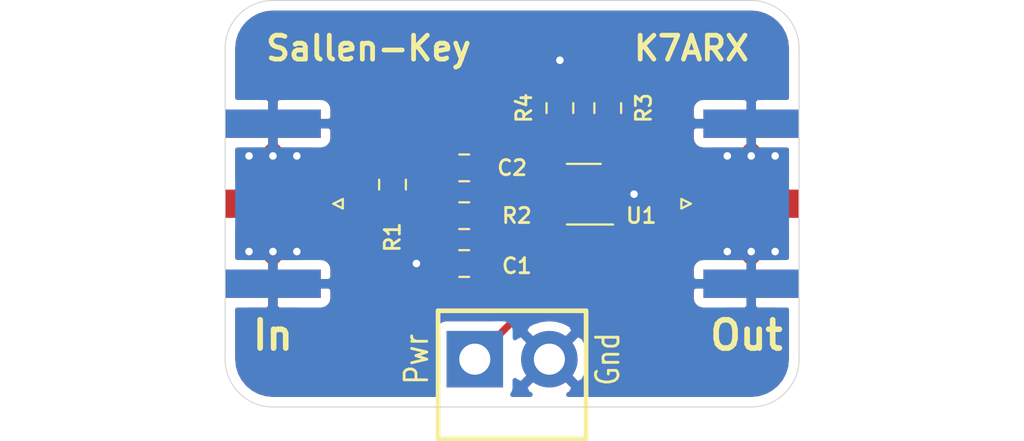
<source format=kicad_pcb>
(kicad_pcb (version 20171130) (host pcbnew 5.1.0)

  (general
    (thickness 1.6)
    (drawings 14)
    (tracks 71)
    (zones 0)
    (modules 10)
    (nets 8)
  )

  (page A4)
  (layers
    (0 F.Cu signal)
    (31 B.Cu signal)
    (32 B.Adhes user)
    (33 F.Adhes user)
    (34 B.Paste user)
    (35 F.Paste user)
    (36 B.SilkS user)
    (37 F.SilkS user)
    (38 B.Mask user)
    (39 F.Mask user)
    (40 Dwgs.User user)
    (41 Cmts.User user)
    (42 Eco1.User user)
    (43 Eco2.User user)
    (44 Edge.Cuts user)
    (45 Margin user)
    (46 B.CrtYd user)
    (47 F.CrtYd user)
    (48 B.Fab user)
    (49 F.Fab user hide)
  )

  (setup
    (last_trace_width 0.381)
    (trace_clearance 0.1905)
    (zone_clearance 0.508)
    (zone_45_only no)
    (trace_min 0.2)
    (via_size 0.8)
    (via_drill 0.4)
    (via_min_size 0.4)
    (via_min_drill 0.3)
    (uvia_size 0.3)
    (uvia_drill 0.1)
    (uvias_allowed no)
    (uvia_min_size 0.2)
    (uvia_min_drill 0.1)
    (edge_width 0.05)
    (segment_width 0.2)
    (pcb_text_width 0.3)
    (pcb_text_size 1.5 1.5)
    (mod_edge_width 0.12)
    (mod_text_size 1 1)
    (mod_text_width 0.15)
    (pad_size 1.524 1.524)
    (pad_drill 0.762)
    (pad_to_mask_clearance 0.051)
    (solder_mask_min_width 0.25)
    (aux_axis_origin 0 0)
    (visible_elements FFFFFF7F)
    (pcbplotparams
      (layerselection 0x010fc_ffffffff)
      (usegerberextensions false)
      (usegerberattributes false)
      (usegerberadvancedattributes false)
      (creategerberjobfile false)
      (excludeedgelayer true)
      (linewidth 0.100000)
      (plotframeref false)
      (viasonmask false)
      (mode 1)
      (useauxorigin false)
      (hpglpennumber 1)
      (hpglpenspeed 20)
      (hpglpendiameter 15.000000)
      (psnegative false)
      (psa4output false)
      (plotreference true)
      (plotvalue true)
      (plotinvisibletext false)
      (padsonsilk false)
      (subtractmaskfromsilk false)
      (outputformat 1)
      (mirror false)
      (drillshape 1)
      (scaleselection 1)
      (outputdirectory ""))
  )

  (net 0 "")
  (net 1 GND)
  (net 2 COSINE)
  (net 3 VAA)
  (net 4 "Net-(J1-Pad1)")
  (net 5 "Net-(C1-Pad1)")
  (net 6 "Net-(C2-Pad2)")
  (net 7 "Net-(R3-Pad2)")

  (net_class Default "This is the default net class."
    (clearance 0.1905)
    (trace_width 0.381)
    (via_dia 0.8)
    (via_drill 0.4)
    (uvia_dia 0.3)
    (uvia_drill 0.1)
    (add_net COSINE)
    (add_net GND)
    (add_net "Net-(C1-Pad1)")
    (add_net "Net-(C2-Pad2)")
    (add_net "Net-(J1-Pad1)")
    (add_net "Net-(R3-Pad2)")
    (add_net VAA)
  )

  (module Connector_Coaxial:SMA_Amphenol_132289_EdgeMount (layer F.Cu) (tedit 5A1C1810) (tstamp 5CA8DD1E)
    (at 132.08 94.615 180)
    (descr http://www.amphenolrf.com/132289.html)
    (tags SMA)
    (path /5CA92C65)
    (attr smd)
    (fp_text reference J1 (at -3.96 -3 270) (layer F.SilkS) hide
      (effects (font (size 1 1) (thickness 0.15)))
    )
    (fp_text value "Signal In" (at 5 6 180) (layer F.Fab)
      (effects (font (size 1 1) (thickness 0.15)))
    )
    (fp_line (start -3.71 0.25) (end -3.21 0) (layer F.SilkS) (width 0.12))
    (fp_line (start -3.71 -0.25) (end -3.71 0.25) (layer F.SilkS) (width 0.12))
    (fp_line (start -3.21 0) (end -3.71 -0.25) (layer F.SilkS) (width 0.12))
    (fp_line (start 3.54 0) (end 2.54 0.75) (layer F.Fab) (width 0.1))
    (fp_line (start 2.54 -0.75) (end 3.54 0) (layer F.Fab) (width 0.1))
    (fp_text user %R (at 4.79 0 90) (layer F.Fab)
      (effects (font (size 1 1) (thickness 0.15)))
    )
    (fp_line (start 14.47 -5.58) (end -3.04 -5.58) (layer F.CrtYd) (width 0.05))
    (fp_line (start 14.47 -5.58) (end 14.47 5.58) (layer F.CrtYd) (width 0.05))
    (fp_line (start 14.47 5.58) (end -3.04 5.58) (layer F.CrtYd) (width 0.05))
    (fp_line (start -3.04 5.58) (end -3.04 -5.58) (layer F.CrtYd) (width 0.05))
    (fp_line (start 14.47 -5.58) (end -3.04 -5.58) (layer B.CrtYd) (width 0.05))
    (fp_line (start 14.47 -5.58) (end 14.47 5.58) (layer B.CrtYd) (width 0.05))
    (fp_line (start 14.47 5.58) (end -3.04 5.58) (layer B.CrtYd) (width 0.05))
    (fp_line (start -3.04 5.58) (end -3.04 -5.58) (layer B.CrtYd) (width 0.05))
    (fp_line (start 4.445 -3.81) (end 13.97 -3.81) (layer F.Fab) (width 0.1))
    (fp_line (start 13.97 -3.81) (end 13.97 3.81) (layer F.Fab) (width 0.1))
    (fp_line (start 13.97 3.81) (end 4.445 3.81) (layer F.Fab) (width 0.1))
    (fp_line (start 4.445 5.08) (end 4.445 3.81) (layer F.Fab) (width 0.1))
    (fp_line (start 4.445 -3.81) (end 4.445 -5.08) (layer F.Fab) (width 0.1))
    (fp_line (start -1.91 -5.08) (end 4.445 -5.08) (layer F.Fab) (width 0.1))
    (fp_line (start -1.91 -5.08) (end -1.91 -3.81) (layer F.Fab) (width 0.1))
    (fp_line (start -1.91 -3.81) (end 2.54 -3.81) (layer F.Fab) (width 0.1))
    (fp_line (start 2.54 -3.81) (end 2.54 3.81) (layer F.Fab) (width 0.1))
    (fp_line (start 2.54 3.81) (end -1.91 3.81) (layer F.Fab) (width 0.1))
    (fp_line (start -1.91 3.81) (end -1.91 5.08) (layer F.Fab) (width 0.1))
    (fp_line (start -1.91 5.08) (end 4.445 5.08) (layer F.Fab) (width 0.1))
    (pad 2 smd rect (at 0 4.25 270) (size 1.5 5.08) (layers B.Cu B.Paste B.Mask)
      (net 1 GND))
    (pad 2 smd rect (at 0 -4.25 270) (size 1.5 5.08) (layers B.Cu B.Paste B.Mask)
      (net 1 GND))
    (pad 2 smd rect (at 0 4.25 270) (size 1.5 5.08) (layers F.Cu F.Paste F.Mask)
      (net 1 GND))
    (pad 2 smd rect (at 0 -4.25 270) (size 1.5 5.08) (layers F.Cu F.Paste F.Mask)
      (net 1 GND))
    (pad 1 smd rect (at 0 0 270) (size 1.5 5.08) (layers F.Cu F.Paste F.Mask)
      (net 4 "Net-(J1-Pad1)"))
    (model ${KISYS3DMOD}/Connector_Coaxial.3dshapes/SMA_Amphenol_132289_EdgeMount.wrl
      (at (xyz 0 0 0))
      (scale (xyz 1 1 1))
      (rotate (xyz 0 0 0))
    )
  )

  (module Connector_Coaxial:SMA_Amphenol_132289_EdgeMount (layer F.Cu) (tedit 5A1C1810) (tstamp 5CA8DD41)
    (at 157.48 94.615)
    (descr http://www.amphenolrf.com/132289.html)
    (tags SMA)
    (path /5CA971E9)
    (attr smd)
    (fp_text reference J2 (at -3.96 -3 90) (layer F.SilkS) hide
      (effects (font (size 1 1) (thickness 0.15)))
    )
    (fp_text value "Signal Out" (at 5 6) (layer F.Fab)
      (effects (font (size 1 1) (thickness 0.15)))
    )
    (fp_line (start -3.71 0.25) (end -3.21 0) (layer F.SilkS) (width 0.12))
    (fp_line (start -3.71 -0.25) (end -3.71 0.25) (layer F.SilkS) (width 0.12))
    (fp_line (start -3.21 0) (end -3.71 -0.25) (layer F.SilkS) (width 0.12))
    (fp_line (start 3.54 0) (end 2.54 0.75) (layer F.Fab) (width 0.1))
    (fp_line (start 2.54 -0.75) (end 3.54 0) (layer F.Fab) (width 0.1))
    (fp_text user %R (at 4.79 0 270) (layer F.Fab)
      (effects (font (size 1 1) (thickness 0.15)))
    )
    (fp_line (start 14.47 -5.58) (end -3.04 -5.58) (layer F.CrtYd) (width 0.05))
    (fp_line (start 14.47 -5.58) (end 14.47 5.58) (layer F.CrtYd) (width 0.05))
    (fp_line (start 14.47 5.58) (end -3.04 5.58) (layer F.CrtYd) (width 0.05))
    (fp_line (start -3.04 5.58) (end -3.04 -5.58) (layer F.CrtYd) (width 0.05))
    (fp_line (start 14.47 -5.58) (end -3.04 -5.58) (layer B.CrtYd) (width 0.05))
    (fp_line (start 14.47 -5.58) (end 14.47 5.58) (layer B.CrtYd) (width 0.05))
    (fp_line (start 14.47 5.58) (end -3.04 5.58) (layer B.CrtYd) (width 0.05))
    (fp_line (start -3.04 5.58) (end -3.04 -5.58) (layer B.CrtYd) (width 0.05))
    (fp_line (start 4.445 -3.81) (end 13.97 -3.81) (layer F.Fab) (width 0.1))
    (fp_line (start 13.97 -3.81) (end 13.97 3.81) (layer F.Fab) (width 0.1))
    (fp_line (start 13.97 3.81) (end 4.445 3.81) (layer F.Fab) (width 0.1))
    (fp_line (start 4.445 5.08) (end 4.445 3.81) (layer F.Fab) (width 0.1))
    (fp_line (start 4.445 -3.81) (end 4.445 -5.08) (layer F.Fab) (width 0.1))
    (fp_line (start -1.91 -5.08) (end 4.445 -5.08) (layer F.Fab) (width 0.1))
    (fp_line (start -1.91 -5.08) (end -1.91 -3.81) (layer F.Fab) (width 0.1))
    (fp_line (start -1.91 -3.81) (end 2.54 -3.81) (layer F.Fab) (width 0.1))
    (fp_line (start 2.54 -3.81) (end 2.54 3.81) (layer F.Fab) (width 0.1))
    (fp_line (start 2.54 3.81) (end -1.91 3.81) (layer F.Fab) (width 0.1))
    (fp_line (start -1.91 3.81) (end -1.91 5.08) (layer F.Fab) (width 0.1))
    (fp_line (start -1.91 5.08) (end 4.445 5.08) (layer F.Fab) (width 0.1))
    (pad 2 smd rect (at 0 4.25 90) (size 1.5 5.08) (layers B.Cu B.Paste B.Mask)
      (net 1 GND))
    (pad 2 smd rect (at 0 -4.25 90) (size 1.5 5.08) (layers B.Cu B.Paste B.Mask)
      (net 1 GND))
    (pad 2 smd rect (at 0 4.25 90) (size 1.5 5.08) (layers F.Cu F.Paste F.Mask)
      (net 1 GND))
    (pad 2 smd rect (at 0 -4.25 90) (size 1.5 5.08) (layers F.Cu F.Paste F.Mask)
      (net 1 GND))
    (pad 1 smd rect (at 0 0 90) (size 1.5 5.08) (layers F.Cu F.Paste F.Mask)
      (net 2 COSINE))
    (model ${KISYS3DMOD}/Connector_Coaxial.3dshapes/SMA_Amphenol_132289_EdgeMount.wrl
      (at (xyz 0 0 0))
      (scale (xyz 1 1 1))
      (rotate (xyz 0 0 0))
    )
  )

  (module Resistor_SMD:R_0805_2012Metric_Pad1.15x1.40mm_HandSolder (layer F.Cu) (tedit 5B36C52B) (tstamp 5CA8EB9A)
    (at 138.43 93.599 270)
    (descr "Resistor SMD 0805 (2012 Metric), square (rectangular) end terminal, IPC_7351 nominal with elongated pad for handsoldering. (Body size source: https://docs.google.com/spreadsheets/d/1BsfQQcO9C6DZCsRaXUlFlo91Tg2WpOkGARC1WS5S8t0/edit?usp=sharing), generated with kicad-footprint-generator")
    (tags "resistor handsolder")
    (path /5CA85D92)
    (attr smd)
    (fp_text reference R1 (at 2.794 0 270) (layer F.SilkS)
      (effects (font (size 0.8 0.8) (thickness 0.15)))
    )
    (fp_text value R (at 0 1.65 270) (layer F.Fab)
      (effects (font (size 1 1) (thickness 0.15)))
    )
    (fp_text user %R (at 0 0 270) (layer F.Fab)
      (effects (font (size 0.5 0.5) (thickness 0.08)))
    )
    (fp_line (start 1.85 0.95) (end -1.85 0.95) (layer F.CrtYd) (width 0.05))
    (fp_line (start 1.85 -0.95) (end 1.85 0.95) (layer F.CrtYd) (width 0.05))
    (fp_line (start -1.85 -0.95) (end 1.85 -0.95) (layer F.CrtYd) (width 0.05))
    (fp_line (start -1.85 0.95) (end -1.85 -0.95) (layer F.CrtYd) (width 0.05))
    (fp_line (start -0.261252 0.71) (end 0.261252 0.71) (layer F.SilkS) (width 0.12))
    (fp_line (start -0.261252 -0.71) (end 0.261252 -0.71) (layer F.SilkS) (width 0.12))
    (fp_line (start 1 0.6) (end -1 0.6) (layer F.Fab) (width 0.1))
    (fp_line (start 1 -0.6) (end 1 0.6) (layer F.Fab) (width 0.1))
    (fp_line (start -1 -0.6) (end 1 -0.6) (layer F.Fab) (width 0.1))
    (fp_line (start -1 0.6) (end -1 -0.6) (layer F.Fab) (width 0.1))
    (pad 2 smd roundrect (at 1.025 0 270) (size 1.15 1.4) (layers F.Cu F.Paste F.Mask) (roundrect_rratio 0.217391)
      (net 4 "Net-(J1-Pad1)"))
    (pad 1 smd roundrect (at -1.025 0 270) (size 1.15 1.4) (layers F.Cu F.Paste F.Mask) (roundrect_rratio 0.217391)
      (net 6 "Net-(C2-Pad2)"))
    (model ${KISYS3DMOD}/Resistor_SMD.3dshapes/R_0805_2012Metric.wrl
      (at (xyz 0 0 0))
      (scale (xyz 1 1 1))
      (rotate (xyz 0 0 0))
    )
  )

  (module Capacitor_SMD:C_0805_2012Metric_Pad1.15x1.40mm_HandSolder (layer F.Cu) (tedit 5B36C52B) (tstamp 5CA81A5C)
    (at 142.24 97.79 180)
    (descr "Capacitor SMD 0805 (2012 Metric), square (rectangular) end terminal, IPC_7351 nominal with elongated pad for handsoldering. (Body size source: https://docs.google.com/spreadsheets/d/1BsfQQcO9C6DZCsRaXUlFlo91Tg2WpOkGARC1WS5S8t0/edit?usp=sharing), generated with kicad-footprint-generator")
    (tags "capacitor handsolder")
    (path /5CA880EB)
    (attr smd)
    (fp_text reference C1 (at -2.794 -0.127 180) (layer F.SilkS)
      (effects (font (size 0.8 0.8) (thickness 0.15)))
    )
    (fp_text value C (at 0 1.65 180) (layer F.Fab)
      (effects (font (size 1 1) (thickness 0.15)))
    )
    (fp_text user %R (at 0 0 180) (layer F.Fab)
      (effects (font (size 0.5 0.5) (thickness 0.08)))
    )
    (fp_line (start 1.85 0.95) (end -1.85 0.95) (layer F.CrtYd) (width 0.05))
    (fp_line (start 1.85 -0.95) (end 1.85 0.95) (layer F.CrtYd) (width 0.05))
    (fp_line (start -1.85 -0.95) (end 1.85 -0.95) (layer F.CrtYd) (width 0.05))
    (fp_line (start -1.85 0.95) (end -1.85 -0.95) (layer F.CrtYd) (width 0.05))
    (fp_line (start -0.261252 0.71) (end 0.261252 0.71) (layer F.SilkS) (width 0.12))
    (fp_line (start -0.261252 -0.71) (end 0.261252 -0.71) (layer F.SilkS) (width 0.12))
    (fp_line (start 1 0.6) (end -1 0.6) (layer F.Fab) (width 0.1))
    (fp_line (start 1 -0.6) (end 1 0.6) (layer F.Fab) (width 0.1))
    (fp_line (start -1 -0.6) (end 1 -0.6) (layer F.Fab) (width 0.1))
    (fp_line (start -1 0.6) (end -1 -0.6) (layer F.Fab) (width 0.1))
    (pad 2 smd roundrect (at 1.025 0 180) (size 1.15 1.4) (layers F.Cu F.Paste F.Mask) (roundrect_rratio 0.217391)
      (net 1 GND))
    (pad 1 smd roundrect (at -1.025 0 180) (size 1.15 1.4) (layers F.Cu F.Paste F.Mask) (roundrect_rratio 0.217391)
      (net 5 "Net-(C1-Pad1)"))
    (model ${KISYS3DMOD}/Capacitor_SMD.3dshapes/C_0805_2012Metric.wrl
      (at (xyz 0 0 0))
      (scale (xyz 1 1 1))
      (rotate (xyz 0 0 0))
    )
  )

  (module Capacitor_SMD:C_0805_2012Metric_Pad1.15x1.40mm_HandSolder (layer F.Cu) (tedit 5B36C52B) (tstamp 5CA81A2C)
    (at 142.24 92.71 180)
    (descr "Capacitor SMD 0805 (2012 Metric), square (rectangular) end terminal, IPC_7351 nominal with elongated pad for handsoldering. (Body size source: https://docs.google.com/spreadsheets/d/1BsfQQcO9C6DZCsRaXUlFlo91Tg2WpOkGARC1WS5S8t0/edit?usp=sharing), generated with kicad-footprint-generator")
    (tags "capacitor handsolder")
    (path /5CA888C6)
    (attr smd)
    (fp_text reference C2 (at -2.54 0 180) (layer F.SilkS)
      (effects (font (size 0.8 0.8) (thickness 0.15)))
    )
    (fp_text value C (at 0 1.65 180) (layer F.Fab)
      (effects (font (size 1 1) (thickness 0.15)))
    )
    (fp_line (start -1 0.6) (end -1 -0.6) (layer F.Fab) (width 0.1))
    (fp_line (start -1 -0.6) (end 1 -0.6) (layer F.Fab) (width 0.1))
    (fp_line (start 1 -0.6) (end 1 0.6) (layer F.Fab) (width 0.1))
    (fp_line (start 1 0.6) (end -1 0.6) (layer F.Fab) (width 0.1))
    (fp_line (start -0.261252 -0.71) (end 0.261252 -0.71) (layer F.SilkS) (width 0.12))
    (fp_line (start -0.261252 0.71) (end 0.261252 0.71) (layer F.SilkS) (width 0.12))
    (fp_line (start -1.85 0.95) (end -1.85 -0.95) (layer F.CrtYd) (width 0.05))
    (fp_line (start -1.85 -0.95) (end 1.85 -0.95) (layer F.CrtYd) (width 0.05))
    (fp_line (start 1.85 -0.95) (end 1.85 0.95) (layer F.CrtYd) (width 0.05))
    (fp_line (start 1.85 0.95) (end -1.85 0.95) (layer F.CrtYd) (width 0.05))
    (fp_text user %R (at 0 0 180) (layer F.Fab)
      (effects (font (size 0.5 0.5) (thickness 0.08)))
    )
    (pad 1 smd roundrect (at -1.025 0 180) (size 1.15 1.4) (layers F.Cu F.Paste F.Mask) (roundrect_rratio 0.217391)
      (net 2 COSINE))
    (pad 2 smd roundrect (at 1.025 0 180) (size 1.15 1.4) (layers F.Cu F.Paste F.Mask) (roundrect_rratio 0.217391)
      (net 6 "Net-(C2-Pad2)"))
    (model ${KISYS3DMOD}/Capacitor_SMD.3dshapes/C_0805_2012Metric.wrl
      (at (xyz 0 0 0))
      (scale (xyz 1 1 1))
      (rotate (xyz 0 0 0))
    )
  )

  (module Resistor_SMD:R_0805_2012Metric_Pad1.15x1.40mm_HandSolder (layer F.Cu) (tedit 5B36C52B) (tstamp 5CA818E5)
    (at 142.24 95.25 180)
    (descr "Resistor SMD 0805 (2012 Metric), square (rectangular) end terminal, IPC_7351 nominal with elongated pad for handsoldering. (Body size source: https://docs.google.com/spreadsheets/d/1BsfQQcO9C6DZCsRaXUlFlo91Tg2WpOkGARC1WS5S8t0/edit?usp=sharing), generated with kicad-footprint-generator")
    (tags "resistor handsolder")
    (path /5CA87C18)
    (attr smd)
    (fp_text reference R2 (at -2.794 0 180) (layer F.SilkS)
      (effects (font (size 0.8 0.8) (thickness 0.15)))
    )
    (fp_text value R (at 0 1.65 180) (layer F.Fab)
      (effects (font (size 1 1) (thickness 0.15)))
    )
    (fp_line (start -1 0.6) (end -1 -0.6) (layer F.Fab) (width 0.1))
    (fp_line (start -1 -0.6) (end 1 -0.6) (layer F.Fab) (width 0.1))
    (fp_line (start 1 -0.6) (end 1 0.6) (layer F.Fab) (width 0.1))
    (fp_line (start 1 0.6) (end -1 0.6) (layer F.Fab) (width 0.1))
    (fp_line (start -0.261252 -0.71) (end 0.261252 -0.71) (layer F.SilkS) (width 0.12))
    (fp_line (start -0.261252 0.71) (end 0.261252 0.71) (layer F.SilkS) (width 0.12))
    (fp_line (start -1.85 0.95) (end -1.85 -0.95) (layer F.CrtYd) (width 0.05))
    (fp_line (start -1.85 -0.95) (end 1.85 -0.95) (layer F.CrtYd) (width 0.05))
    (fp_line (start 1.85 -0.95) (end 1.85 0.95) (layer F.CrtYd) (width 0.05))
    (fp_line (start 1.85 0.95) (end -1.85 0.95) (layer F.CrtYd) (width 0.05))
    (fp_text user %R (at 0 0 180) (layer F.Fab)
      (effects (font (size 0.5 0.5) (thickness 0.08)))
    )
    (pad 1 smd roundrect (at -1.025 0 180) (size 1.15 1.4) (layers F.Cu F.Paste F.Mask) (roundrect_rratio 0.217391)
      (net 5 "Net-(C1-Pad1)"))
    (pad 2 smd roundrect (at 1.025 0 180) (size 1.15 1.4) (layers F.Cu F.Paste F.Mask) (roundrect_rratio 0.217391)
      (net 6 "Net-(C2-Pad2)"))
    (model ${KISYS3DMOD}/Resistor_SMD.3dshapes/R_0805_2012Metric.wrl
      (at (xyz 0 0 0))
      (scale (xyz 1 1 1))
      (rotate (xyz 0 0 0))
    )
  )

  (module Resistor_SMD:R_0805_2012Metric_Pad1.15x1.40mm_HandSolder (layer F.Cu) (tedit 5B36C52B) (tstamp 5CA915DE)
    (at 149.86 89.535 270)
    (descr "Resistor SMD 0805 (2012 Metric), square (rectangular) end terminal, IPC_7351 nominal with elongated pad for handsoldering. (Body size source: https://docs.google.com/spreadsheets/d/1BsfQQcO9C6DZCsRaXUlFlo91Tg2WpOkGARC1WS5S8t0/edit?usp=sharing), generated with kicad-footprint-generator")
    (tags "resistor handsolder")
    (path /5CA8D96A)
    (attr smd)
    (fp_text reference R3 (at 0 -1.905 270) (layer F.SilkS)
      (effects (font (size 0.8 0.8) (thickness 0.15)))
    )
    (fp_text value R (at 0 1.65 270) (layer F.Fab)
      (effects (font (size 1 1) (thickness 0.15)))
    )
    (fp_line (start -1 0.6) (end -1 -0.6) (layer F.Fab) (width 0.1))
    (fp_line (start -1 -0.6) (end 1 -0.6) (layer F.Fab) (width 0.1))
    (fp_line (start 1 -0.6) (end 1 0.6) (layer F.Fab) (width 0.1))
    (fp_line (start 1 0.6) (end -1 0.6) (layer F.Fab) (width 0.1))
    (fp_line (start -0.261252 -0.71) (end 0.261252 -0.71) (layer F.SilkS) (width 0.12))
    (fp_line (start -0.261252 0.71) (end 0.261252 0.71) (layer F.SilkS) (width 0.12))
    (fp_line (start -1.85 0.95) (end -1.85 -0.95) (layer F.CrtYd) (width 0.05))
    (fp_line (start -1.85 -0.95) (end 1.85 -0.95) (layer F.CrtYd) (width 0.05))
    (fp_line (start 1.85 -0.95) (end 1.85 0.95) (layer F.CrtYd) (width 0.05))
    (fp_line (start 1.85 0.95) (end -1.85 0.95) (layer F.CrtYd) (width 0.05))
    (fp_text user %R (at 0 0 270) (layer F.Fab)
      (effects (font (size 0.5 0.5) (thickness 0.08)))
    )
    (pad 1 smd roundrect (at -1.025 0 270) (size 1.15 1.4) (layers F.Cu F.Paste F.Mask) (roundrect_rratio 0.217391)
      (net 2 COSINE))
    (pad 2 smd roundrect (at 1.025 0 270) (size 1.15 1.4) (layers F.Cu F.Paste F.Mask) (roundrect_rratio 0.217391)
      (net 7 "Net-(R3-Pad2)"))
    (model ${KISYS3DMOD}/Resistor_SMD.3dshapes/R_0805_2012Metric.wrl
      (at (xyz 0 0 0))
      (scale (xyz 1 1 1))
      (rotate (xyz 0 0 0))
    )
  )

  (module Resistor_SMD:R_0805_2012Metric_Pad1.15x1.40mm_HandSolder (layer F.Cu) (tedit 5B36C52B) (tstamp 5CA91784)
    (at 147.32 89.535 90)
    (descr "Resistor SMD 0805 (2012 Metric), square (rectangular) end terminal, IPC_7351 nominal with elongated pad for handsoldering. (Body size source: https://docs.google.com/spreadsheets/d/1BsfQQcO9C6DZCsRaXUlFlo91Tg2WpOkGARC1WS5S8t0/edit?usp=sharing), generated with kicad-footprint-generator")
    (tags "resistor handsolder")
    (path /5CA8F2DE)
    (attr smd)
    (fp_text reference R4 (at 0 -1.905 90) (layer F.SilkS)
      (effects (font (size 0.8 0.8) (thickness 0.15)))
    )
    (fp_text value R (at 0 1.65 90) (layer F.Fab)
      (effects (font (size 1 1) (thickness 0.15)))
    )
    (fp_text user %R (at 0 0 90) (layer F.Fab)
      (effects (font (size 0.5 0.5) (thickness 0.08)))
    )
    (fp_line (start 1.85 0.95) (end -1.85 0.95) (layer F.CrtYd) (width 0.05))
    (fp_line (start 1.85 -0.95) (end 1.85 0.95) (layer F.CrtYd) (width 0.05))
    (fp_line (start -1.85 -0.95) (end 1.85 -0.95) (layer F.CrtYd) (width 0.05))
    (fp_line (start -1.85 0.95) (end -1.85 -0.95) (layer F.CrtYd) (width 0.05))
    (fp_line (start -0.261252 0.71) (end 0.261252 0.71) (layer F.SilkS) (width 0.12))
    (fp_line (start -0.261252 -0.71) (end 0.261252 -0.71) (layer F.SilkS) (width 0.12))
    (fp_line (start 1 0.6) (end -1 0.6) (layer F.Fab) (width 0.1))
    (fp_line (start 1 -0.6) (end 1 0.6) (layer F.Fab) (width 0.1))
    (fp_line (start -1 -0.6) (end 1 -0.6) (layer F.Fab) (width 0.1))
    (fp_line (start -1 0.6) (end -1 -0.6) (layer F.Fab) (width 0.1))
    (pad 2 smd roundrect (at 1.025 0 90) (size 1.15 1.4) (layers F.Cu F.Paste F.Mask) (roundrect_rratio 0.217391)
      (net 1 GND))
    (pad 1 smd roundrect (at -1.025 0 90) (size 1.15 1.4) (layers F.Cu F.Paste F.Mask) (roundrect_rratio 0.217391)
      (net 7 "Net-(R3-Pad2)"))
    (model ${KISYS3DMOD}/Resistor_SMD.3dshapes/R_0805_2012Metric.wrl
      (at (xyz 0 0 0))
      (scale (xyz 1 1 1))
      (rotate (xyz 0 0 0))
    )
  )

  (module Package_TO_SOT_SMD:SOT-23-5 (layer F.Cu) (tedit 5A02FF57) (tstamp 5CA91604)
    (at 148.59 94.107 180)
    (descr "5-pin SOT23 package")
    (tags SOT-23-5)
    (path /5CAE371B)
    (attr smd)
    (fp_text reference U1 (at -3.048 -1.143 180) (layer F.SilkS)
      (effects (font (size 0.8 0.8) (thickness 0.15)))
    )
    (fp_text value LM321 (at 0 2.9 180) (layer F.Fab)
      (effects (font (size 1 1) (thickness 0.15)))
    )
    (fp_text user %R (at 0 0 270) (layer F.Fab)
      (effects (font (size 0.5 0.5) (thickness 0.075)))
    )
    (fp_line (start -0.9 1.61) (end 0.9 1.61) (layer F.SilkS) (width 0.12))
    (fp_line (start 0.9 -1.61) (end -1.55 -1.61) (layer F.SilkS) (width 0.12))
    (fp_line (start -1.9 -1.8) (end 1.9 -1.8) (layer F.CrtYd) (width 0.05))
    (fp_line (start 1.9 -1.8) (end 1.9 1.8) (layer F.CrtYd) (width 0.05))
    (fp_line (start 1.9 1.8) (end -1.9 1.8) (layer F.CrtYd) (width 0.05))
    (fp_line (start -1.9 1.8) (end -1.9 -1.8) (layer F.CrtYd) (width 0.05))
    (fp_line (start -0.9 -0.9) (end -0.25 -1.55) (layer F.Fab) (width 0.1))
    (fp_line (start 0.9 -1.55) (end -0.25 -1.55) (layer F.Fab) (width 0.1))
    (fp_line (start -0.9 -0.9) (end -0.9 1.55) (layer F.Fab) (width 0.1))
    (fp_line (start 0.9 1.55) (end -0.9 1.55) (layer F.Fab) (width 0.1))
    (fp_line (start 0.9 -1.55) (end 0.9 1.55) (layer F.Fab) (width 0.1))
    (pad 1 smd rect (at -1.1 -0.95 180) (size 1.06 0.65) (layers F.Cu F.Paste F.Mask)
      (net 5 "Net-(C1-Pad1)"))
    (pad 2 smd rect (at -1.1 0 180) (size 1.06 0.65) (layers F.Cu F.Paste F.Mask)
      (net 1 GND))
    (pad 3 smd rect (at -1.1 0.95 180) (size 1.06 0.65) (layers F.Cu F.Paste F.Mask)
      (net 7 "Net-(R3-Pad2)"))
    (pad 4 smd rect (at 1.1 0.95 180) (size 1.06 0.65) (layers F.Cu F.Paste F.Mask)
      (net 2 COSINE))
    (pad 5 smd rect (at 1.1 -0.95 180) (size 1.06 0.65) (layers F.Cu F.Paste F.Mask)
      (net 3 VAA))
    (model ${KISYS3DMOD}/Package_TO_SOT_SMD.3dshapes/SOT-23-5.wrl
      (at (xyz 0 0 0))
      (scale (xyz 1 1 1))
      (rotate (xyz 0 0 0))
    )
  )

  (module k7arx:EP_3.96-pin_1x2 (layer F.Cu) (tedit 5CA94044) (tstamp 5CA98E60)
    (at 144.78 102.87)
    (path /5CABE9DE)
    (fp_text reference P1 (at -5.08 0 90) (layer F.SilkS) hide
      (effects (font (size 1 1) (thickness 0.15)))
    )
    (fp_text value Power (at 0 -3.81) (layer F.Fab)
      (effects (font (size 1 1) (thickness 0.15)))
    )
    (fp_line (start -3.93 -2.57) (end 3.93 -2.57) (layer F.SilkS) (width 0.25))
    (fp_line (start 3.93 -2.57) (end 3.93 4.23) (layer F.SilkS) (width 0.25))
    (fp_line (start 3.93 4.23) (end -3.93 4.23) (layer F.SilkS) (width 0.25))
    (fp_line (start -3.93 4.23) (end -3.93 -2.57) (layer F.SilkS) (width 0.25))
    (pad 1 thru_hole rect (at -1.98 0) (size 3 3) (drill 1.65) (layers *.Cu *.Mask)
      (net 3 VAA))
    (pad 2 thru_hole circle (at 1.98 0) (size 3 3) (drill 1.65) (layers *.Cu *.Mask)
      (net 1 GND))
  )

  (gr_text Pwr (at 139.7 102.87 90) (layer F.SilkS) (tstamp 5CA98EBA)
    (effects (font (size 1.2 1) (thickness 0.15)))
  )
  (gr_text Gnd (at 149.86 102.87 90) (layer F.SilkS)
    (effects (font (size 1.2 1) (thickness 0.15)))
  )
  (gr_line (start 132.08 105.41) (end 157.48 105.41) (layer Edge.Cuts) (width 0.05) (tstamp 5CA91E37))
  (gr_line (start 132.08 83.82) (end 157.48 83.82) (layer Edge.Cuts) (width 0.05) (tstamp 5CA91E36))
  (gr_text Out (at 157.226 101.6) (layer F.SilkS) (tstamp 5CA8ED0C)
    (effects (font (size 1.5 1.5) (thickness 0.3)))
  )
  (gr_text In (at 132.08 101.6) (layer F.SilkS)
    (effects (font (size 1.5 1.5) (thickness 0.3)))
  )
  (gr_text Sallen-Key (at 137.16 86.36) (layer F.SilkS)
    (effects (font (size 1.27 1.27) (thickness 0.254)))
  )
  (gr_line (start 129.54 102.87) (end 129.54 86.36) (layer Edge.Cuts) (width 0.05) (tstamp 5CA848D8))
  (gr_line (start 160.02 86.36) (end 160.02 102.87) (layer Edge.Cuts) (width 0.05) (tstamp 5CA848D6))
  (gr_text K7ARX (at 154.305 86.36) (layer F.SilkS)
    (effects (font (size 1.27 1.27) (thickness 0.254)))
  )
  (gr_arc (start 132.08 86.36) (end 132.08 83.82) (angle -90) (layer Edge.Cuts) (width 0.05))
  (gr_arc (start 157.48 86.36) (end 160.02 86.36) (angle -90) (layer Edge.Cuts) (width 0.05))
  (gr_arc (start 157.48 102.87) (end 157.48 105.41) (angle -90) (layer Edge.Cuts) (width 0.05))
  (gr_arc (start 132.08 102.87) (end 129.54 102.87) (angle -90) (layer Edge.Cuts) (width 0.05))

  (via (at 139.7 97.79) (size 0.8) (drill 0.4) (layers F.Cu B.Cu) (net 1))
  (segment (start 141.215 97.79) (end 139.7 97.79) (width 0.381) (layer F.Cu) (net 1))
  (via (at 132.08 92.075) (size 0.8) (drill 0.4) (layers F.Cu B.Cu) (net 1))
  (segment (start 132.08 90.365) (end 132.08 92.075) (width 0.25) (layer F.Cu) (net 1))
  (via (at 132.08 97.155) (size 0.8) (drill 0.4) (layers F.Cu B.Cu) (net 1))
  (segment (start 132.08 98.865) (end 132.08 97.155) (width 0.25) (layer F.Cu) (net 1))
  (via (at 157.48 92.075) (size 0.8) (drill 0.4) (layers F.Cu B.Cu) (net 1))
  (segment (start 157.48 90.365) (end 157.48 92.075) (width 0.25) (layer F.Cu) (net 1))
  (via (at 157.48 97.155) (size 0.8) (drill 0.4) (layers F.Cu B.Cu) (net 1))
  (segment (start 157.48 98.865) (end 157.48 97.155) (width 0.25) (layer F.Cu) (net 1))
  (via (at 156.21 97.155) (size 0.8) (drill 0.4) (layers F.Cu B.Cu) (net 1))
  (segment (start 156.77 97.155) (end 156.21 97.155) (width 0.25) (layer F.Cu) (net 1))
  (segment (start 157.48 98.865) (end 157.48 97.865) (width 0.25) (layer F.Cu) (net 1))
  (segment (start 157.48 97.865) (end 156.77 97.155) (width 0.25) (layer F.Cu) (net 1))
  (via (at 158.75 97.155) (size 0.8) (drill 0.4) (layers F.Cu B.Cu) (net 1))
  (segment (start 157.48 97.865) (end 158.19 97.155) (width 0.25) (layer F.Cu) (net 1))
  (segment (start 158.19 97.155) (end 158.75 97.155) (width 0.25) (layer F.Cu) (net 1))
  (via (at 158.75 92.075) (size 0.8) (drill 0.4) (layers F.Cu B.Cu) (net 1))
  (segment (start 158.19 92.075) (end 158.75 92.075) (width 0.25) (layer F.Cu) (net 1))
  (segment (start 157.48 90.365) (end 157.48 91.365) (width 0.25) (layer F.Cu) (net 1))
  (segment (start 157.48 91.365) (end 158.19 92.075) (width 0.25) (layer F.Cu) (net 1))
  (via (at 156.21 92.075) (size 0.8) (drill 0.4) (layers F.Cu B.Cu) (net 1))
  (segment (start 157.48 91.365) (end 156.77 92.075) (width 0.25) (layer F.Cu) (net 1))
  (segment (start 156.77 92.075) (end 156.21 92.075) (width 0.25) (layer F.Cu) (net 1))
  (via (at 133.35 97.155) (size 0.8) (drill 0.4) (layers F.Cu B.Cu) (net 1))
  (segment (start 132.79 97.155) (end 133.35 97.155) (width 0.25) (layer F.Cu) (net 1))
  (segment (start 132.08 98.865) (end 132.08 97.865) (width 0.25) (layer F.Cu) (net 1))
  (segment (start 132.08 97.865) (end 132.79 97.155) (width 0.25) (layer F.Cu) (net 1))
  (via (at 130.81 97.155) (size 0.8) (drill 0.4) (layers F.Cu B.Cu) (net 1))
  (segment (start 132.08 97.865) (end 131.37 97.155) (width 0.25) (layer F.Cu) (net 1))
  (segment (start 131.37 97.155) (end 130.81 97.155) (width 0.25) (layer F.Cu) (net 1))
  (via (at 130.81 92.075) (size 0.8) (drill 0.4) (layers F.Cu B.Cu) (net 1))
  (segment (start 131.37 92.075) (end 130.81 92.075) (width 0.25) (layer F.Cu) (net 1))
  (segment (start 132.08 90.365) (end 132.08 91.365) (width 0.25) (layer F.Cu) (net 1))
  (segment (start 132.08 91.365) (end 131.37 92.075) (width 0.25) (layer F.Cu) (net 1))
  (via (at 133.35 92.075) (size 0.8) (drill 0.4) (layers F.Cu B.Cu) (net 1))
  (segment (start 132.08 91.365) (end 132.79 92.075) (width 0.25) (layer F.Cu) (net 1))
  (segment (start 132.79 92.075) (end 133.35 92.075) (width 0.25) (layer F.Cu) (net 1))
  (via (at 147.32 86.995) (size 0.8) (drill 0.4) (layers F.Cu B.Cu) (net 1))
  (segment (start 147.32 88.51) (end 147.32 86.995) (width 0.381) (layer F.Cu) (net 1))
  (via (at 151.257 94.107) (size 0.8) (drill 0.4) (layers F.Cu B.Cu) (net 1))
  (segment (start 149.69 94.107) (end 151.257 94.107) (width 0.381) (layer F.Cu) (net 1))
  (segment (start 147.49 93.157) (end 146.497 93.157) (width 0.381) (layer F.Cu) (net 2))
  (segment (start 146.497 93.157) (end 146.05 92.71) (width 0.381) (layer F.Cu) (net 2))
  (segment (start 145.415 90.17) (end 145.415 92.71) (width 0.381) (layer F.Cu) (net 2))
  (segment (start 149.86 88.51) (end 148.835 89.535) (width 0.381) (layer F.Cu) (net 2))
  (segment (start 146.05 92.71) (end 145.415 92.71) (width 0.381) (layer F.Cu) (net 2))
  (segment (start 146.05 89.535) (end 145.415 90.17) (width 0.381) (layer F.Cu) (net 2))
  (segment (start 148.835 89.535) (end 146.05 89.535) (width 0.381) (layer F.Cu) (net 2))
  (segment (start 145.415 92.71) (end 143.265 92.71) (width 0.381) (layer F.Cu) (net 2))
  (segment (start 149.86 88.51) (end 152.4 91.05) (width 0.381) (layer F.Cu) (net 2))
  (segment (start 152.4 91.05) (end 152.4 93.218) (width 0.381) (layer F.Cu) (net 2))
  (segment (start 152.4 93.218) (end 153.797 94.615) (width 0.381) (layer F.Cu) (net 2))
  (segment (start 157.48 94.615) (end 153.797 94.615) (width 0.381) (layer F.Cu) (net 2))
  (segment (start 147.49 98.18) (end 142.8 102.87) (width 0.381) (layer F.Cu) (net 3))
  (segment (start 147.49 95.057) (end 147.49 98.18) (width 0.381) (layer F.Cu) (net 3))
  (segment (start 138.421 94.615) (end 138.43 94.624) (width 0.25) (layer F.Cu) (net 4))
  (segment (start 132.08 94.615) (end 138.421 94.615) (width 0.381) (layer F.Cu) (net 4))
  (segment (start 143.308 95.207) (end 143.265 95.25) (width 0.25) (layer F.Cu) (net 5))
  (segment (start 149.020002 95.057) (end 148.197002 94.234) (width 0.381) (layer F.Cu) (net 5))
  (segment (start 149.69 95.057) (end 149.020002 95.057) (width 0.381) (layer F.Cu) (net 5))
  (segment (start 144.281 94.234) (end 143.265 95.25) (width 0.381) (layer F.Cu) (net 5))
  (segment (start 148.197002 94.234) (end 144.281 94.234) (width 0.381) (layer F.Cu) (net 5))
  (segment (start 143.265 97.79) (end 143.265 95.25) (width 0.381) (layer F.Cu) (net 5))
  (segment (start 141.215 95.25) (end 141.215 92.71) (width 0.381) (layer F.Cu) (net 6))
  (segment (start 140.97 95.005) (end 141.215 95.25) (width 0.25) (layer F.Cu) (net 6))
  (segment (start 138.43 92.574) (end 141.079 92.574) (width 0.381) (layer F.Cu) (net 6))
  (segment (start 141.079 92.574) (end 141.215 92.71) (width 0.25) (layer F.Cu) (net 6))
  (segment (start 147.32 90.56) (end 149.86 90.56) (width 0.381) (layer F.Cu) (net 7))
  (segment (start 149.69 90.73) (end 149.86 90.56) (width 0.25) (layer F.Cu) (net 7))
  (segment (start 149.69 93.157) (end 149.69 90.73) (width 0.381) (layer F.Cu) (net 7))

  (zone (net 0) (net_name "") (layer F.Cu) (tstamp 0) (hatch edge 0.508)
    (connect_pads (clearance 0.508))
    (min_thickness 0.254)
    (keepout (tracks allowed) (vias allowed) (copperpour not_allowed))
    (fill (arc_segments 32) (thermal_gap 0.508) (thermal_bridge_width 0.508))
    (polygon
      (pts
        (xy 139.319 93.218) (xy 139.319 95.377) (xy 140.335 95.377) (xy 140.335 93.218)
      )
    )
  )
  (zone (net 1) (net_name GND) (layer F.Cu) (tstamp 0) (hatch edge 0.508)
    (connect_pads (clearance 0.508))
    (min_thickness 0.254)
    (fill yes (arc_segments 32) (thermal_gap 0.508) (thermal_bridge_width 0.508))
    (polygon
      (pts
        (xy 129.54 83.82) (xy 160.02 83.82) (xy 160.02 105.41) (xy 129.54 105.41)
      )
    )
    (filled_polygon
      (pts
        (xy 151.5745 91.391933) (xy 151.574501 93.17744) (xy 151.570506 93.218) (xy 151.586445 93.379826) (xy 151.633647 93.535433)
        (xy 151.710301 93.678842) (xy 151.743646 93.719472) (xy 151.81346 93.804541) (xy 151.844961 93.830393) (xy 153.184606 95.170039)
        (xy 153.210459 95.201541) (xy 153.336158 95.304699) (xy 153.479566 95.381353) (xy 153.635174 95.428556) (xy 153.756447 95.4405)
        (xy 153.756456 95.4405) (xy 153.796999 95.444493) (xy 153.837542 95.4405) (xy 154.309364 95.4405) (xy 154.314188 95.489482)
        (xy 154.350498 95.60918) (xy 154.409463 95.719494) (xy 154.488815 95.816185) (xy 154.585506 95.895537) (xy 154.69582 95.954502)
        (xy 154.815518 95.990812) (xy 154.94 96.003072) (xy 159.360001 96.003072) (xy 159.360001 97.477827) (xy 157.76575 97.48)
        (xy 157.607 97.63875) (xy 157.607 98.738) (xy 157.627 98.738) (xy 157.627 98.992) (xy 157.607 98.992)
        (xy 157.607 100.09125) (xy 157.76575 100.25) (xy 159.360001 100.252173) (xy 159.360001 102.837711) (xy 159.321091 103.234545)
        (xy 159.21522 103.585206) (xy 159.043257 103.908623) (xy 158.811748 104.192482) (xy 158.529514 104.425965) (xy 158.207304 104.600184)
        (xy 157.857385 104.708502) (xy 157.462557 104.75) (xy 147.779863 104.75) (xy 147.916038 104.677214) (xy 148.072048 104.361653)
        (xy 146.76 103.049605) (xy 145.447952 104.361653) (xy 145.603962 104.677214) (xy 145.746929 104.75) (xy 144.809605 104.75)
        (xy 144.830537 104.724494) (xy 144.889502 104.61418) (xy 144.925812 104.494482) (xy 144.938072 104.37) (xy 144.938072 103.99851)
        (xy 144.952786 104.026038) (xy 145.268347 104.182048) (xy 146.580395 102.87) (xy 146.939605 102.87) (xy 148.251653 104.182048)
        (xy 148.567214 104.026038) (xy 148.75802 103.651255) (xy 148.872044 103.246449) (xy 148.904902 102.827176) (xy 148.855334 102.409549)
        (xy 148.725243 102.009617) (xy 148.567214 101.713962) (xy 148.251653 101.557952) (xy 146.939605 102.87) (xy 146.580395 102.87)
        (xy 146.566253 102.855858) (xy 146.745858 102.676253) (xy 146.76 102.690395) (xy 148.072048 101.378347) (xy 147.916038 101.062786)
        (xy 147.541255 100.87198) (xy 147.136449 100.757956) (xy 146.717176 100.725098) (xy 146.299549 100.774666) (xy 145.948614 100.888819)
        (xy 147.222433 99.615) (xy 154.301928 99.615) (xy 154.314188 99.739482) (xy 154.350498 99.85918) (xy 154.409463 99.969494)
        (xy 154.488815 100.066185) (xy 154.585506 100.145537) (xy 154.69582 100.204502) (xy 154.815518 100.240812) (xy 154.94 100.253072)
        (xy 157.19425 100.25) (xy 157.353 100.09125) (xy 157.353 98.992) (xy 154.46375 98.992) (xy 154.305 99.15075)
        (xy 154.301928 99.615) (xy 147.222433 99.615) (xy 148.045045 98.792389) (xy 148.076541 98.766541) (xy 148.102389 98.735045)
        (xy 148.102392 98.735042) (xy 148.179699 98.640843) (xy 148.256353 98.497434) (xy 148.293025 98.376541) (xy 148.303556 98.341826)
        (xy 148.3155 98.220553) (xy 148.3155 98.220551) (xy 148.319494 98.18) (xy 148.3155 98.13945) (xy 148.3155 98.115)
        (xy 154.301928 98.115) (xy 154.305 98.57925) (xy 154.46375 98.738) (xy 157.353 98.738) (xy 157.353 97.63875)
        (xy 157.19425 97.48) (xy 154.94 97.476928) (xy 154.815518 97.489188) (xy 154.69582 97.525498) (xy 154.585506 97.584463)
        (xy 154.488815 97.663815) (xy 154.409463 97.760506) (xy 154.350498 97.87082) (xy 154.314188 97.990518) (xy 154.301928 98.115)
        (xy 148.3155 98.115) (xy 148.3155 95.94407) (xy 148.374494 95.912537) (xy 148.471185 95.833185) (xy 148.549003 95.738364)
        (xy 148.559159 95.746699) (xy 148.640171 95.790001) (xy 148.699322 95.821618) (xy 148.708815 95.833185) (xy 148.805506 95.912537)
        (xy 148.91582 95.971502) (xy 149.035518 96.007812) (xy 149.16 96.020072) (xy 150.22 96.020072) (xy 150.344482 96.007812)
        (xy 150.46418 95.971502) (xy 150.574494 95.912537) (xy 150.671185 95.833185) (xy 150.750537 95.736494) (xy 150.809502 95.62618)
        (xy 150.845812 95.506482) (xy 150.858072 95.382) (xy 150.858072 94.732) (xy 150.845812 94.607518) (xy 150.838071 94.582)
        (xy 150.845812 94.556482) (xy 150.858072 94.432) (xy 150.855 94.39275) (xy 150.69625 94.234) (xy 150.614141 94.234)
        (xy 150.574494 94.201463) (xy 150.46418 94.142498) (xy 150.347159 94.107) (xy 150.46418 94.071502) (xy 150.574494 94.012537)
        (xy 150.614141 93.98) (xy 150.69625 93.98) (xy 150.855 93.82125) (xy 150.858072 93.782) (xy 150.845812 93.657518)
        (xy 150.838071 93.632) (xy 150.845812 93.606482) (xy 150.858072 93.482) (xy 150.858072 92.832) (xy 150.845812 92.707518)
        (xy 150.809502 92.58782) (xy 150.750537 92.477506) (xy 150.671185 92.380815) (xy 150.574494 92.301463) (xy 150.5155 92.26993)
        (xy 150.5155 91.746227) (xy 150.649851 91.705472) (xy 150.803387 91.623405) (xy 150.937962 91.512962) (xy 151.048405 91.378387)
        (xy 151.130472 91.224851) (xy 151.181008 91.058255) (xy 151.186371 91.003804)
      )
    )
    (filled_polygon
      (pts
        (xy 146.321928 95.382) (xy 146.334188 95.506482) (xy 146.370498 95.62618) (xy 146.429463 95.736494) (xy 146.508815 95.833185)
        (xy 146.605506 95.912537) (xy 146.6645 95.944071) (xy 146.664501 97.838065) (xy 143.770639 100.731928) (xy 141.3 100.731928)
        (xy 141.175518 100.744188) (xy 141.05582 100.780498) (xy 140.945506 100.839463) (xy 140.848815 100.918815) (xy 140.769463 101.015506)
        (xy 140.710498 101.12582) (xy 140.674188 101.245518) (xy 140.661928 101.37) (xy 140.661928 104.37) (xy 140.674188 104.494482)
        (xy 140.710498 104.61418) (xy 140.769463 104.724494) (xy 140.790395 104.75) (xy 132.112279 104.75) (xy 131.715455 104.711091)
        (xy 131.364794 104.60522) (xy 131.041377 104.433257) (xy 130.757518 104.201748) (xy 130.524035 103.919514) (xy 130.349816 103.597304)
        (xy 130.241498 103.247385) (xy 130.2 102.852557) (xy 130.2 100.252173) (xy 131.79425 100.25) (xy 131.953 100.09125)
        (xy 131.953 98.992) (xy 132.207 98.992) (xy 132.207 100.09125) (xy 132.36575 100.25) (xy 134.62 100.253072)
        (xy 134.744482 100.240812) (xy 134.86418 100.204502) (xy 134.974494 100.145537) (xy 135.071185 100.066185) (xy 135.150537 99.969494)
        (xy 135.209502 99.85918) (xy 135.245812 99.739482) (xy 135.258072 99.615) (xy 135.255 99.15075) (xy 135.09625 98.992)
        (xy 132.207 98.992) (xy 131.953 98.992) (xy 131.933 98.992) (xy 131.933 98.738) (xy 131.953 98.738)
        (xy 131.953 97.63875) (xy 132.207 97.63875) (xy 132.207 98.738) (xy 135.09625 98.738) (xy 135.255 98.57925)
        (xy 135.25559 98.49) (xy 140.001928 98.49) (xy 140.014188 98.614482) (xy 140.050498 98.73418) (xy 140.109463 98.844494)
        (xy 140.188815 98.941185) (xy 140.285506 99.020537) (xy 140.39582 99.079502) (xy 140.515518 99.115812) (xy 140.64 99.128072)
        (xy 140.92925 99.125) (xy 141.088 98.96625) (xy 141.088 97.917) (xy 140.16375 97.917) (xy 140.005 98.07575)
        (xy 140.001928 98.49) (xy 135.25559 98.49) (xy 135.258072 98.115) (xy 135.245812 97.990518) (xy 135.209502 97.87082)
        (xy 135.150537 97.760506) (xy 135.071185 97.663815) (xy 134.974494 97.584463) (xy 134.86418 97.525498) (xy 134.744482 97.489188)
        (xy 134.62 97.476928) (xy 132.36575 97.48) (xy 132.207 97.63875) (xy 131.953 97.63875) (xy 131.79425 97.48)
        (xy 130.2 97.477827) (xy 130.2 96.003072) (xy 134.62 96.003072) (xy 134.744482 95.990812) (xy 134.86418 95.954502)
        (xy 134.974494 95.895537) (xy 135.071185 95.816185) (xy 135.150537 95.719494) (xy 135.209502 95.60918) (xy 135.245812 95.489482)
        (xy 135.250636 95.4405) (xy 137.240586 95.4405) (xy 137.241595 95.442387) (xy 137.352038 95.576962) (xy 137.486613 95.687405)
        (xy 137.640149 95.769472) (xy 137.806745 95.820008) (xy 137.979999 95.837072) (xy 138.880001 95.837072) (xy 139.053255 95.820008)
        (xy 139.219851 95.769472) (xy 139.373387 95.687405) (xy 139.507962 95.576962) (xy 139.56784 95.504) (xy 140.001928 95.504)
        (xy 140.001928 95.700001) (xy 140.018992 95.873255) (xy 140.069528 96.039851) (xy 140.151595 96.193387) (xy 140.262038 96.327962)
        (xy 140.396613 96.438405) (xy 140.470435 96.477864) (xy 140.39582 96.500498) (xy 140.285506 96.559463) (xy 140.188815 96.638815)
        (xy 140.109463 96.735506) (xy 140.050498 96.84582) (xy 140.014188 96.965518) (xy 140.001928 97.09) (xy 140.005 97.50425)
        (xy 140.16375 97.663) (xy 141.088 97.663) (xy 141.088 97.643) (xy 141.342 97.643) (xy 141.342 97.663)
        (xy 141.362 97.663) (xy 141.362 97.917) (xy 141.342 97.917) (xy 141.342 98.96625) (xy 141.50075 99.125)
        (xy 141.79 99.128072) (xy 141.914482 99.115812) (xy 142.03418 99.079502) (xy 142.144494 99.020537) (xy 142.241185 98.941185)
        (xy 142.306658 98.861406) (xy 142.312038 98.867962) (xy 142.446613 98.978405) (xy 142.600149 99.060472) (xy 142.766745 99.111008)
        (xy 142.939999 99.128072) (xy 143.590001 99.128072) (xy 143.763255 99.111008) (xy 143.929851 99.060472) (xy 144.083387 98.978405)
        (xy 144.217962 98.867962) (xy 144.328405 98.733387) (xy 144.410472 98.579851) (xy 144.461008 98.413255) (xy 144.478072 98.240001)
        (xy 144.478072 97.339999) (xy 144.461008 97.166745) (xy 144.410472 97.000149) (xy 144.328405 96.846613) (xy 144.217962 96.712038)
        (xy 144.0905 96.607432) (xy 144.0905 96.432568) (xy 144.217962 96.327962) (xy 144.328405 96.193387) (xy 144.410472 96.039851)
        (xy 144.461008 95.873255) (xy 144.478072 95.700001) (xy 144.478072 95.204361) (xy 144.622933 95.0595) (xy 146.321928 95.0595)
      )
    )
    (filled_polygon
      (pts
        (xy 157.844545 84.518909) (xy 158.195208 84.62478) (xy 158.518625 84.796744) (xy 158.802484 85.028254) (xy 159.035965 85.310486)
        (xy 159.210183 85.632695) (xy 159.318502 85.982614) (xy 159.36 86.377443) (xy 159.36 88.977827) (xy 157.76575 88.98)
        (xy 157.607 89.13875) (xy 157.607 90.238) (xy 157.627 90.238) (xy 157.627 90.492) (xy 157.607 90.492)
        (xy 157.607 91.59125) (xy 157.76575 91.75) (xy 159.36 91.752173) (xy 159.36 93.226928) (xy 154.94 93.226928)
        (xy 154.815518 93.239188) (xy 154.69582 93.275498) (xy 154.585506 93.334463) (xy 154.488815 93.413815) (xy 154.409463 93.510506)
        (xy 154.350498 93.62082) (xy 154.314188 93.740518) (xy 154.309364 93.7895) (xy 154.138933 93.7895) (xy 153.2255 92.876068)
        (xy 153.2255 91.115) (xy 154.301928 91.115) (xy 154.314188 91.239482) (xy 154.350498 91.35918) (xy 154.409463 91.469494)
        (xy 154.488815 91.566185) (xy 154.585506 91.645537) (xy 154.69582 91.704502) (xy 154.815518 91.740812) (xy 154.94 91.753072)
        (xy 157.19425 91.75) (xy 157.353 91.59125) (xy 157.353 90.492) (xy 154.46375 90.492) (xy 154.305 90.65075)
        (xy 154.301928 91.115) (xy 153.2255 91.115) (xy 153.2255 91.090542) (xy 153.229493 91.049999) (xy 153.2255 91.009456)
        (xy 153.2255 91.009447) (xy 153.213556 90.888174) (xy 153.166353 90.732566) (xy 153.089699 90.589158) (xy 153.089698 90.589156)
        (xy 153.012391 90.494958) (xy 152.986541 90.463459) (xy 152.955041 90.437608) (xy 152.132433 89.615) (xy 154.301928 89.615)
        (xy 154.305 90.07925) (xy 154.46375 90.238) (xy 157.353 90.238) (xy 157.353 89.13875) (xy 157.19425 88.98)
        (xy 154.94 88.976928) (xy 154.815518 88.989188) (xy 154.69582 89.025498) (xy 154.585506 89.084463) (xy 154.488815 89.163815)
        (xy 154.409463 89.260506) (xy 154.350498 89.37082) (xy 154.314188 89.490518) (xy 154.301928 89.615) (xy 152.132433 89.615)
        (xy 151.198072 88.68064) (xy 151.198072 88.184999) (xy 151.181008 88.011745) (xy 151.130472 87.845149) (xy 151.048405 87.691613)
        (xy 150.937962 87.557038) (xy 150.803387 87.446595) (xy 150.649851 87.364528) (xy 150.483255 87.313992) (xy 150.310001 87.296928)
        (xy 149.409999 87.296928) (xy 149.236745 87.313992) (xy 149.070149 87.364528) (xy 148.916613 87.446595) (xy 148.782038 87.557038)
        (xy 148.671595 87.691613) (xy 148.632136 87.765435) (xy 148.609502 87.69082) (xy 148.550537 87.580506) (xy 148.471185 87.483815)
        (xy 148.374494 87.404463) (xy 148.26418 87.345498) (xy 148.144482 87.309188) (xy 148.02 87.296928) (xy 147.60575 87.3)
        (xy 147.447 87.45875) (xy 147.447 88.383) (xy 147.467 88.383) (xy 147.467 88.637) (xy 147.447 88.637)
        (xy 147.447 88.657) (xy 147.193 88.657) (xy 147.193 88.637) (xy 146.14375 88.637) (xy 146.072981 88.707769)
        (xy 146.05 88.705506) (xy 146.009449 88.7095) (xy 146.009447 88.7095) (xy 145.888174 88.721444) (xy 145.732566 88.768647)
        (xy 145.589157 88.845301) (xy 145.494958 88.922608) (xy 145.494955 88.922611) (xy 145.463459 88.948459) (xy 145.43761 88.979956)
        (xy 144.859965 89.557603) (xy 144.828459 89.583459) (xy 144.76936 89.655472) (xy 144.725301 89.709158) (xy 144.680141 89.793647)
        (xy 144.648647 89.852567) (xy 144.601444 90.008175) (xy 144.590279 90.12154) (xy 144.585506 90.17) (xy 144.5895 90.210551)
        (xy 144.589501 91.8845) (xy 144.391417 91.8845) (xy 144.328405 91.766613) (xy 144.217962 91.632038) (xy 144.083387 91.521595)
        (xy 143.929851 91.439528) (xy 143.763255 91.388992) (xy 143.590001 91.371928) (xy 142.939999 91.371928) (xy 142.766745 91.388992)
        (xy 142.600149 91.439528) (xy 142.446613 91.521595) (xy 142.312038 91.632038) (xy 142.24 91.719816) (xy 142.167962 91.632038)
        (xy 142.033387 91.521595) (xy 141.879851 91.439528) (xy 141.713255 91.388992) (xy 141.540001 91.371928) (xy 140.889999 91.371928)
        (xy 140.716745 91.388992) (xy 140.550149 91.439528) (xy 140.396613 91.521595) (xy 140.262038 91.632038) (xy 140.16646 91.7485)
        (xy 139.612568 91.7485) (xy 139.507962 91.621038) (xy 139.373387 91.510595) (xy 139.219851 91.428528) (xy 139.053255 91.377992)
        (xy 138.880001 91.360928) (xy 137.979999 91.360928) (xy 137.806745 91.377992) (xy 137.640149 91.428528) (xy 137.486613 91.510595)
        (xy 137.352038 91.621038) (xy 137.241595 91.755613) (xy 137.159528 91.909149) (xy 137.108992 92.075745) (xy 137.091928 92.248999)
        (xy 137.091928 92.899001) (xy 137.108992 93.072255) (xy 137.159528 93.238851) (xy 137.241595 93.392387) (xy 137.352038 93.526962)
        (xy 137.439816 93.599) (xy 137.352038 93.671038) (xy 137.254819 93.7895) (xy 135.250636 93.7895) (xy 135.245812 93.740518)
        (xy 135.209502 93.62082) (xy 135.150537 93.510506) (xy 135.071185 93.413815) (xy 134.974494 93.334463) (xy 134.86418 93.275498)
        (xy 134.744482 93.239188) (xy 134.62 93.226928) (xy 130.2 93.226928) (xy 130.2 91.752173) (xy 131.79425 91.75)
        (xy 131.953 91.59125) (xy 131.953 90.492) (xy 132.207 90.492) (xy 132.207 91.59125) (xy 132.36575 91.75)
        (xy 134.62 91.753072) (xy 134.744482 91.740812) (xy 134.86418 91.704502) (xy 134.974494 91.645537) (xy 135.071185 91.566185)
        (xy 135.150537 91.469494) (xy 135.209502 91.35918) (xy 135.245812 91.239482) (xy 135.258072 91.115) (xy 135.255 90.65075)
        (xy 135.09625 90.492) (xy 132.207 90.492) (xy 131.953 90.492) (xy 131.933 90.492) (xy 131.933 90.238)
        (xy 131.953 90.238) (xy 131.953 89.13875) (xy 132.207 89.13875) (xy 132.207 90.238) (xy 135.09625 90.238)
        (xy 135.255 90.07925) (xy 135.258072 89.615) (xy 135.245812 89.490518) (xy 135.209502 89.37082) (xy 135.150537 89.260506)
        (xy 135.071185 89.163815) (xy 134.974494 89.084463) (xy 134.86418 89.025498) (xy 134.744482 88.989188) (xy 134.62 88.976928)
        (xy 132.36575 88.98) (xy 132.207 89.13875) (xy 131.953 89.13875) (xy 131.79425 88.98) (xy 130.2 88.977827)
        (xy 130.2 87.935) (xy 145.981928 87.935) (xy 145.985 88.22425) (xy 146.14375 88.383) (xy 147.193 88.383)
        (xy 147.193 87.45875) (xy 147.03425 87.3) (xy 146.62 87.296928) (xy 146.495518 87.309188) (xy 146.37582 87.345498)
        (xy 146.265506 87.404463) (xy 146.168815 87.483815) (xy 146.089463 87.580506) (xy 146.030498 87.69082) (xy 145.994188 87.810518)
        (xy 145.981928 87.935) (xy 130.2 87.935) (xy 130.2 86.392279) (xy 130.238909 85.995455) (xy 130.34478 85.644792)
        (xy 130.516744 85.321375) (xy 130.748254 85.037516) (xy 131.030486 84.804035) (xy 131.352695 84.629817) (xy 131.702614 84.521498)
        (xy 132.097443 84.48) (xy 157.447721 84.48)
      )
    )
  )
  (zone (net 1) (net_name GND) (layer B.Cu) (tstamp 0) (hatch edge 0.508)
    (connect_pads (clearance 0.508))
    (min_thickness 0.254)
    (fill yes (arc_segments 32) (thermal_gap 0.508) (thermal_bridge_width 0.508))
    (polygon
      (pts
        (xy 129.54 83.82) (xy 160.02 83.82) (xy 160.02 105.41) (xy 129.54 105.41)
      )
    )
    (filled_polygon
      (pts
        (xy 157.844545 84.518909) (xy 158.195208 84.62478) (xy 158.518625 84.796744) (xy 158.802484 85.028254) (xy 159.035965 85.310486)
        (xy 159.210183 85.632695) (xy 159.318502 85.982614) (xy 159.36 86.377443) (xy 159.36 88.977827) (xy 157.76575 88.98)
        (xy 157.607 89.13875) (xy 157.607 90.238) (xy 157.627 90.238) (xy 157.627 90.492) (xy 157.607 90.492)
        (xy 157.607 91.59125) (xy 157.76575 91.75) (xy 159.36 91.752173) (xy 159.360001 97.477827) (xy 157.76575 97.48)
        (xy 157.607 97.63875) (xy 157.607 98.738) (xy 157.627 98.738) (xy 157.627 98.992) (xy 157.607 98.992)
        (xy 157.607 100.09125) (xy 157.76575 100.25) (xy 159.360001 100.252173) (xy 159.360001 102.837711) (xy 159.321091 103.234545)
        (xy 159.21522 103.585206) (xy 159.043257 103.908623) (xy 158.811748 104.192482) (xy 158.529514 104.425965) (xy 158.207304 104.600184)
        (xy 157.857385 104.708502) (xy 157.462557 104.75) (xy 147.779863 104.75) (xy 147.916038 104.677214) (xy 148.072048 104.361653)
        (xy 146.76 103.049605) (xy 145.447952 104.361653) (xy 145.603962 104.677214) (xy 145.746929 104.75) (xy 144.809605 104.75)
        (xy 144.830537 104.724494) (xy 144.889502 104.61418) (xy 144.925812 104.494482) (xy 144.938072 104.37) (xy 144.938072 103.99851)
        (xy 144.952786 104.026038) (xy 145.268347 104.182048) (xy 146.580395 102.87) (xy 146.939605 102.87) (xy 148.251653 104.182048)
        (xy 148.567214 104.026038) (xy 148.75802 103.651255) (xy 148.872044 103.246449) (xy 148.904902 102.827176) (xy 148.855334 102.409549)
        (xy 148.725243 102.009617) (xy 148.567214 101.713962) (xy 148.251653 101.557952) (xy 146.939605 102.87) (xy 146.580395 102.87)
        (xy 145.268347 101.557952) (xy 144.952786 101.713962) (xy 144.938072 101.742863) (xy 144.938072 101.378347) (xy 145.447952 101.378347)
        (xy 146.76 102.690395) (xy 148.072048 101.378347) (xy 147.916038 101.062786) (xy 147.541255 100.87198) (xy 147.136449 100.757956)
        (xy 146.717176 100.725098) (xy 146.299549 100.774666) (xy 145.899617 100.904757) (xy 145.603962 101.062786) (xy 145.447952 101.378347)
        (xy 144.938072 101.378347) (xy 144.938072 101.37) (xy 144.925812 101.245518) (xy 144.889502 101.12582) (xy 144.830537 101.015506)
        (xy 144.751185 100.918815) (xy 144.654494 100.839463) (xy 144.54418 100.780498) (xy 144.424482 100.744188) (xy 144.3 100.731928)
        (xy 141.3 100.731928) (xy 141.175518 100.744188) (xy 141.05582 100.780498) (xy 140.945506 100.839463) (xy 140.848815 100.918815)
        (xy 140.769463 101.015506) (xy 140.710498 101.12582) (xy 140.674188 101.245518) (xy 140.661928 101.37) (xy 140.661928 104.37)
        (xy 140.674188 104.494482) (xy 140.710498 104.61418) (xy 140.769463 104.724494) (xy 140.790395 104.75) (xy 132.112279 104.75)
        (xy 131.715455 104.711091) (xy 131.364794 104.60522) (xy 131.041377 104.433257) (xy 130.757518 104.201748) (xy 130.524035 103.919514)
        (xy 130.349816 103.597304) (xy 130.241498 103.247385) (xy 130.2 102.852557) (xy 130.2 100.252173) (xy 131.79425 100.25)
        (xy 131.953 100.09125) (xy 131.953 98.992) (xy 132.207 98.992) (xy 132.207 100.09125) (xy 132.36575 100.25)
        (xy 134.62 100.253072) (xy 134.744482 100.240812) (xy 134.86418 100.204502) (xy 134.974494 100.145537) (xy 135.071185 100.066185)
        (xy 135.150537 99.969494) (xy 135.209502 99.85918) (xy 135.245812 99.739482) (xy 135.258072 99.615) (xy 154.301928 99.615)
        (xy 154.314188 99.739482) (xy 154.350498 99.85918) (xy 154.409463 99.969494) (xy 154.488815 100.066185) (xy 154.585506 100.145537)
        (xy 154.69582 100.204502) (xy 154.815518 100.240812) (xy 154.94 100.253072) (xy 157.19425 100.25) (xy 157.353 100.09125)
        (xy 157.353 98.992) (xy 154.46375 98.992) (xy 154.305 99.15075) (xy 154.301928 99.615) (xy 135.258072 99.615)
        (xy 135.255 99.15075) (xy 135.09625 98.992) (xy 132.207 98.992) (xy 131.953 98.992) (xy 131.933 98.992)
        (xy 131.933 98.738) (xy 131.953 98.738) (xy 131.953 97.63875) (xy 132.207 97.63875) (xy 132.207 98.738)
        (xy 135.09625 98.738) (xy 135.255 98.57925) (xy 135.258072 98.115) (xy 154.301928 98.115) (xy 154.305 98.57925)
        (xy 154.46375 98.738) (xy 157.353 98.738) (xy 157.353 97.63875) (xy 157.19425 97.48) (xy 154.94 97.476928)
        (xy 154.815518 97.489188) (xy 154.69582 97.525498) (xy 154.585506 97.584463) (xy 154.488815 97.663815) (xy 154.409463 97.760506)
        (xy 154.350498 97.87082) (xy 154.314188 97.990518) (xy 154.301928 98.115) (xy 135.258072 98.115) (xy 135.245812 97.990518)
        (xy 135.209502 97.87082) (xy 135.150537 97.760506) (xy 135.071185 97.663815) (xy 134.974494 97.584463) (xy 134.86418 97.525498)
        (xy 134.744482 97.489188) (xy 134.62 97.476928) (xy 132.36575 97.48) (xy 132.207 97.63875) (xy 131.953 97.63875)
        (xy 131.79425 97.48) (xy 130.2 97.477827) (xy 130.2 91.752173) (xy 131.79425 91.75) (xy 131.953 91.59125)
        (xy 131.953 90.492) (xy 132.207 90.492) (xy 132.207 91.59125) (xy 132.36575 91.75) (xy 134.62 91.753072)
        (xy 134.744482 91.740812) (xy 134.86418 91.704502) (xy 134.974494 91.645537) (xy 135.071185 91.566185) (xy 135.150537 91.469494)
        (xy 135.209502 91.35918) (xy 135.245812 91.239482) (xy 135.258072 91.115) (xy 154.301928 91.115) (xy 154.314188 91.239482)
        (xy 154.350498 91.35918) (xy 154.409463 91.469494) (xy 154.488815 91.566185) (xy 154.585506 91.645537) (xy 154.69582 91.704502)
        (xy 154.815518 91.740812) (xy 154.94 91.753072) (xy 157.19425 91.75) (xy 157.353 91.59125) (xy 157.353 90.492)
        (xy 154.46375 90.492) (xy 154.305 90.65075) (xy 154.301928 91.115) (xy 135.258072 91.115) (xy 135.255 90.65075)
        (xy 135.09625 90.492) (xy 132.207 90.492) (xy 131.953 90.492) (xy 131.933 90.492) (xy 131.933 90.238)
        (xy 131.953 90.238) (xy 131.953 89.13875) (xy 132.207 89.13875) (xy 132.207 90.238) (xy 135.09625 90.238)
        (xy 135.255 90.07925) (xy 135.258072 89.615) (xy 154.301928 89.615) (xy 154.305 90.07925) (xy 154.46375 90.238)
        (xy 157.353 90.238) (xy 157.353 89.13875) (xy 157.19425 88.98) (xy 154.94 88.976928) (xy 154.815518 88.989188)
        (xy 154.69582 89.025498) (xy 154.585506 89.084463) (xy 154.488815 89.163815) (xy 154.409463 89.260506) (xy 154.350498 89.37082)
        (xy 154.314188 89.490518) (xy 154.301928 89.615) (xy 135.258072 89.615) (xy 135.245812 89.490518) (xy 135.209502 89.37082)
        (xy 135.150537 89.260506) (xy 135.071185 89.163815) (xy 134.974494 89.084463) (xy 134.86418 89.025498) (xy 134.744482 88.989188)
        (xy 134.62 88.976928) (xy 132.36575 88.98) (xy 132.207 89.13875) (xy 131.953 89.13875) (xy 131.79425 88.98)
        (xy 130.2 88.977827) (xy 130.2 86.392279) (xy 130.238909 85.995455) (xy 130.34478 85.644792) (xy 130.516744 85.321375)
        (xy 130.748254 85.037516) (xy 131.030486 84.804035) (xy 131.352695 84.629817) (xy 131.702614 84.521498) (xy 132.097443 84.48)
        (xy 157.447721 84.48)
      )
    )
  )
)

</source>
